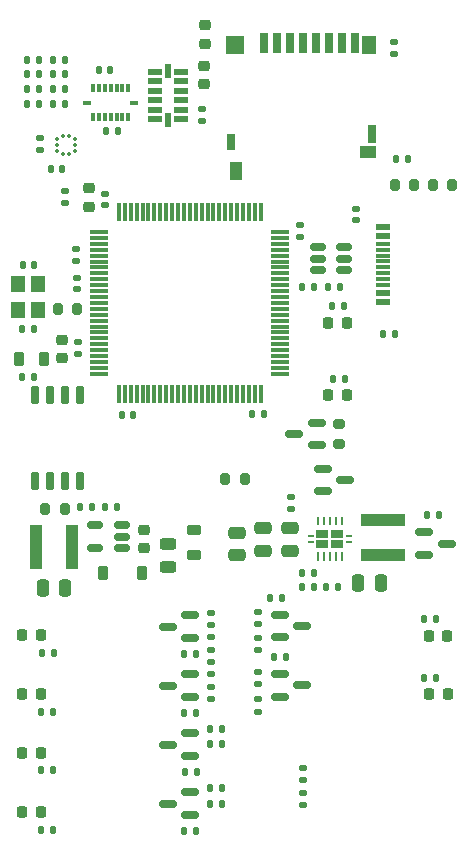
<source format=gbr>
%TF.GenerationSoftware,KiCad,Pcbnew,7.0.2-0*%
%TF.CreationDate,2023-10-14T20:17:31-05:00*%
%TF.ProjectId,Flight Computer,466c6967-6874-4204-936f-6d7075746572,1.1*%
%TF.SameCoordinates,Original*%
%TF.FileFunction,Paste,Top*%
%TF.FilePolarity,Positive*%
%FSLAX46Y46*%
G04 Gerber Fmt 4.6, Leading zero omitted, Abs format (unit mm)*
G04 Created by KiCad (PCBNEW 7.0.2-0) date 2023-10-14 20:17:31*
%MOMM*%
%LPD*%
G01*
G04 APERTURE LIST*
G04 Aperture macros list*
%AMRoundRect*
0 Rectangle with rounded corners*
0 $1 Rounding radius*
0 $2 $3 $4 $5 $6 $7 $8 $9 X,Y pos of 4 corners*
0 Add a 4 corners polygon primitive as box body*
4,1,4,$2,$3,$4,$5,$6,$7,$8,$9,$2,$3,0*
0 Add four circle primitives for the rounded corners*
1,1,$1+$1,$2,$3*
1,1,$1+$1,$4,$5*
1,1,$1+$1,$6,$7*
1,1,$1+$1,$8,$9*
0 Add four rect primitives between the rounded corners*
20,1,$1+$1,$2,$3,$4,$5,0*
20,1,$1+$1,$4,$5,$6,$7,0*
20,1,$1+$1,$6,$7,$8,$9,0*
20,1,$1+$1,$8,$9,$2,$3,0*%
G04 Aperture macros list end*
%ADD10RoundRect,0.150000X-0.587500X-0.150000X0.587500X-0.150000X0.587500X0.150000X-0.587500X0.150000X0*%
%ADD11RoundRect,0.135000X-0.185000X0.135000X-0.185000X-0.135000X0.185000X-0.135000X0.185000X0.135000X0*%
%ADD12RoundRect,0.218750X-0.218750X-0.256250X0.218750X-0.256250X0.218750X0.256250X-0.218750X0.256250X0*%
%ADD13RoundRect,0.150000X0.587500X0.150000X-0.587500X0.150000X-0.587500X-0.150000X0.587500X-0.150000X0*%
%ADD14RoundRect,0.200000X-0.275000X0.200000X-0.275000X-0.200000X0.275000X-0.200000X0.275000X0.200000X0*%
%ADD15RoundRect,0.218750X0.218750X0.256250X-0.218750X0.256250X-0.218750X-0.256250X0.218750X-0.256250X0*%
%ADD16RoundRect,0.135000X0.185000X-0.135000X0.185000X0.135000X-0.185000X0.135000X-0.185000X-0.135000X0*%
%ADD17RoundRect,0.135000X-0.135000X-0.185000X0.135000X-0.185000X0.135000X0.185000X-0.135000X0.185000X0*%
%ADD18RoundRect,0.200000X0.200000X0.275000X-0.200000X0.275000X-0.200000X-0.275000X0.200000X-0.275000X0*%
%ADD19RoundRect,0.140000X0.140000X0.170000X-0.140000X0.170000X-0.140000X-0.170000X0.140000X-0.170000X0*%
%ADD20RoundRect,0.225000X-0.250000X0.225000X-0.250000X-0.225000X0.250000X-0.225000X0.250000X0.225000X0*%
%ADD21RoundRect,0.140000X-0.140000X-0.170000X0.140000X-0.170000X0.140000X0.170000X-0.140000X0.170000X0*%
%ADD22RoundRect,0.218750X-0.381250X0.218750X-0.381250X-0.218750X0.381250X-0.218750X0.381250X0.218750X0*%
%ADD23RoundRect,0.140000X-0.170000X0.140000X-0.170000X-0.140000X0.170000X-0.140000X0.170000X0.140000X0*%
%ADD24RoundRect,0.218750X0.218750X0.381250X-0.218750X0.381250X-0.218750X-0.381250X0.218750X-0.381250X0*%
%ADD25RoundRect,0.140000X0.170000X-0.140000X0.170000X0.140000X-0.170000X0.140000X-0.170000X-0.140000X0*%
%ADD26RoundRect,0.135000X0.135000X0.185000X-0.135000X0.185000X-0.135000X-0.185000X0.135000X-0.185000X0*%
%ADD27RoundRect,0.075000X-0.725000X-0.075000X0.725000X-0.075000X0.725000X0.075000X-0.725000X0.075000X0*%
%ADD28RoundRect,0.075000X-0.075000X-0.725000X0.075000X-0.725000X0.075000X0.725000X-0.075000X0.725000X0*%
%ADD29RoundRect,0.225000X0.250000X-0.225000X0.250000X0.225000X-0.250000X0.225000X-0.250000X-0.225000X0*%
%ADD30RoundRect,0.200000X-0.200000X-0.275000X0.200000X-0.275000X0.200000X0.275000X-0.200000X0.275000X0*%
%ADD31R,1.240000X0.600000*%
%ADD32R,1.240000X0.300000*%
%ADD33RoundRect,0.150000X0.512500X0.150000X-0.512500X0.150000X-0.512500X-0.150000X0.512500X-0.150000X0*%
%ADD34R,0.700000X1.750000*%
%ADD35R,1.450000X1.000000*%
%ADD36R,1.000000X1.550000*%
%ADD37R,0.800000X1.500000*%
%ADD38R,1.300000X1.500000*%
%ADD39R,1.500000X1.500000*%
%ADD40R,0.800000X1.400000*%
%ADD41RoundRect,0.250000X-0.250000X-0.475000X0.250000X-0.475000X0.250000X0.475000X-0.250000X0.475000X0*%
%ADD42R,1.200000X1.400000*%
%ADD43RoundRect,0.250000X-0.475000X0.250000X-0.475000X-0.250000X0.475000X-0.250000X0.475000X0.250000X0*%
%ADD44R,1.100000X3.700000*%
%ADD45R,3.700000X1.100000*%
%ADD46RoundRect,0.012500X0.112500X-0.325000X0.112500X0.325000X-0.112500X0.325000X-0.112500X-0.325000X0*%
%ADD47RoundRect,0.012500X0.325000X-0.112500X0.325000X0.112500X-0.325000X0.112500X-0.325000X-0.112500X0*%
%ADD48RoundRect,0.243750X0.456250X-0.243750X0.456250X0.243750X-0.456250X0.243750X-0.456250X-0.243750X0*%
%ADD49R,0.230000X0.230000*%
%ADD50O,0.230000X0.800000*%
%ADD51R,1.050000X0.680000*%
%ADD52R,0.500000X0.260000*%
%ADD53RoundRect,0.012500X0.112500X0.125000X-0.112500X0.125000X-0.112500X-0.125000X0.112500X-0.125000X0*%
%ADD54RoundRect,0.012500X0.125000X0.112500X-0.125000X0.112500X-0.125000X-0.112500X0.125000X-0.112500X0*%
%ADD55RoundRect,0.027500X0.545000X0.247500X-0.545000X0.247500X-0.545000X-0.247500X0.545000X-0.247500X0*%
%ADD56RoundRect,0.027500X0.247500X0.545000X-0.247500X0.545000X-0.247500X-0.545000X0.247500X-0.545000X0*%
%ADD57RoundRect,0.150000X0.150000X-0.650000X0.150000X0.650000X-0.150000X0.650000X-0.150000X-0.650000X0*%
%ADD58RoundRect,0.225000X0.225000X0.375000X-0.225000X0.375000X-0.225000X-0.375000X0.225000X-0.375000X0*%
G04 APERTURE END LIST*
D10*
%TO.C,Q9*%
X168362500Y-109997500D03*
X168362500Y-111897500D03*
X170237500Y-110947500D03*
%TD*%
D11*
%TO.C,R3*%
X137950000Y-81090000D03*
X137950000Y-82110000D03*
%TD*%
D12*
%TO.C,D8*%
X134312500Y-123700000D03*
X135887500Y-123700000D03*
%TD*%
D13*
%TO.C,Q2*%
X148537500Y-133912500D03*
X148537500Y-132012500D03*
X146662500Y-132962500D03*
%TD*%
D14*
%TO.C,R18*%
X161150000Y-100837500D03*
X161150000Y-102487500D03*
%TD*%
D11*
%TO.C,R14*%
X154250000Y-124140000D03*
X154250000Y-125160000D03*
%TD*%
D13*
%TO.C,Q1*%
X159237500Y-102612500D03*
X159237500Y-100712500D03*
X157362500Y-101662500D03*
%TD*%
D15*
%TO.C,D2*%
X161787500Y-98362500D03*
X160212500Y-98362500D03*
%TD*%
D11*
%TO.C,R13*%
X154250000Y-121840000D03*
X154250000Y-122860000D03*
%TD*%
D16*
%TO.C,R9*%
X150270000Y-124080000D03*
X150270000Y-123060000D03*
%TD*%
D17*
%TO.C,R19*%
X164890000Y-93162500D03*
X165910000Y-93162500D03*
%TD*%
D18*
%TO.C,R2*%
X138975000Y-91087500D03*
X137325000Y-91087500D03*
%TD*%
D19*
%TO.C,C10*%
X135280000Y-92762500D03*
X134320000Y-92762500D03*
%TD*%
D17*
%TO.C,R22*%
X160020000Y-114600000D03*
X161040000Y-114600000D03*
%TD*%
D20*
%TO.C,C1*%
X149700000Y-70475000D03*
X149700000Y-72025000D03*
%TD*%
D16*
%TO.C,R23*%
X157100000Y-108022500D03*
X157100000Y-107002500D03*
%TD*%
D21*
%TO.C,C8*%
X140820000Y-70850000D03*
X141780000Y-70850000D03*
%TD*%
D19*
%TO.C,C15*%
X143730000Y-100050000D03*
X142770000Y-100050000D03*
%TD*%
D11*
%TO.C,R15*%
X150280000Y-116790000D03*
X150280000Y-117810000D03*
%TD*%
D16*
%TO.C,R35*%
X158060000Y-130957500D03*
X158060000Y-129937500D03*
%TD*%
D22*
%TO.C,FB2*%
X148844000Y-109757500D03*
X148844000Y-111882500D03*
%TD*%
D15*
%TO.C,D4*%
X170287500Y-118800000D03*
X168712500Y-118800000D03*
%TD*%
D18*
%TO.C,R21*%
X167500000Y-80550000D03*
X165850000Y-80550000D03*
%TD*%
D17*
%TO.C,R53*%
X136890000Y-71200000D03*
X137910000Y-71200000D03*
%TD*%
D23*
%TO.C,C25*%
X162580000Y-82580000D03*
X162580000Y-83540000D03*
%TD*%
D24*
%TO.C,FB1*%
X136162500Y-95312500D03*
X134037500Y-95312500D03*
%TD*%
D25*
%TO.C,C16*%
X139000000Y-94867500D03*
X139000000Y-93907500D03*
%TD*%
D19*
%TO.C,C18*%
X158980000Y-113450000D03*
X158020000Y-113450000D03*
%TD*%
D17*
%TO.C,R37*%
X168340000Y-117300000D03*
X169360000Y-117300000D03*
%TD*%
D19*
%TO.C,C3*%
X137680000Y-79250000D03*
X136720000Y-79250000D03*
%TD*%
D26*
%TO.C,R46*%
X158980000Y-89180000D03*
X157960000Y-89180000D03*
%TD*%
%TO.C,R17*%
X161520000Y-90830000D03*
X160500000Y-90830000D03*
%TD*%
D27*
%TO.C,U1*%
X140825000Y-84562500D03*
X140825000Y-85062500D03*
X140825000Y-85562500D03*
X140825000Y-86062500D03*
X140825000Y-86562500D03*
X140825000Y-87062500D03*
X140825000Y-87562500D03*
X140825000Y-88062500D03*
X140825000Y-88562500D03*
X140825000Y-89062500D03*
X140825000Y-89562500D03*
X140825000Y-90062500D03*
X140825000Y-90562500D03*
X140825000Y-91062500D03*
X140825000Y-91562500D03*
X140825000Y-92062500D03*
X140825000Y-92562500D03*
X140825000Y-93062500D03*
X140825000Y-93562500D03*
X140825000Y-94062500D03*
X140825000Y-94562500D03*
X140825000Y-95062500D03*
X140825000Y-95562500D03*
X140825000Y-96062500D03*
X140825000Y-96562500D03*
D28*
X142500000Y-98237500D03*
X143000000Y-98237500D03*
X143500000Y-98237500D03*
X144000000Y-98237500D03*
X144500000Y-98237500D03*
X145000000Y-98237500D03*
X145500000Y-98237500D03*
X146000000Y-98237500D03*
X146500000Y-98237500D03*
X147000000Y-98237500D03*
X147500000Y-98237500D03*
X148000000Y-98237500D03*
X148500000Y-98237500D03*
X149000000Y-98237500D03*
X149500000Y-98237500D03*
X150000000Y-98237500D03*
X150500000Y-98237500D03*
X151000000Y-98237500D03*
X151500000Y-98237500D03*
X152000000Y-98237500D03*
X152500000Y-98237500D03*
X153000000Y-98237500D03*
X153500000Y-98237500D03*
X154000000Y-98237500D03*
X154500000Y-98237500D03*
D27*
X156175000Y-96562500D03*
X156175000Y-96062500D03*
X156175000Y-95562500D03*
X156175000Y-95062500D03*
X156175000Y-94562500D03*
X156175000Y-94062500D03*
X156175000Y-93562500D03*
X156175000Y-93062500D03*
X156175000Y-92562500D03*
X156175000Y-92062500D03*
X156175000Y-91562500D03*
X156175000Y-91062500D03*
X156175000Y-90562500D03*
X156175000Y-90062500D03*
X156175000Y-89562500D03*
X156175000Y-89062500D03*
X156175000Y-88562500D03*
X156175000Y-88062500D03*
X156175000Y-87562500D03*
X156175000Y-87062500D03*
X156175000Y-86562500D03*
X156175000Y-86062500D03*
X156175000Y-85562500D03*
X156175000Y-85062500D03*
X156175000Y-84562500D03*
D28*
X154500000Y-82887500D03*
X154000000Y-82887500D03*
X153500000Y-82887500D03*
X153000000Y-82887500D03*
X152500000Y-82887500D03*
X152000000Y-82887500D03*
X151500000Y-82887500D03*
X151000000Y-82887500D03*
X150500000Y-82887500D03*
X150000000Y-82887500D03*
X149500000Y-82887500D03*
X149000000Y-82887500D03*
X148500000Y-82887500D03*
X148000000Y-82887500D03*
X147500000Y-82887500D03*
X147000000Y-82887500D03*
X146500000Y-82887500D03*
X146000000Y-82887500D03*
X145500000Y-82887500D03*
X145000000Y-82887500D03*
X144500000Y-82887500D03*
X144000000Y-82887500D03*
X143500000Y-82887500D03*
X143000000Y-82887500D03*
X142500000Y-82887500D03*
%TD*%
D15*
%TO.C,D5*%
X170337500Y-123700000D03*
X168762500Y-123700000D03*
%TD*%
D29*
%TO.C,C7*%
X140000000Y-82425000D03*
X140000000Y-80875000D03*
%TD*%
D26*
%TO.C,R39*%
X137010000Y-120200000D03*
X135990000Y-120200000D03*
%TD*%
D19*
%TO.C,C29*%
X135280000Y-96800000D03*
X134320000Y-96800000D03*
%TD*%
D26*
%TO.C,R27*%
X166960000Y-78412500D03*
X165940000Y-78412500D03*
%TD*%
D17*
%TO.C,R38*%
X168340000Y-122300000D03*
X169360000Y-122300000D03*
%TD*%
%TO.C,R33*%
X148040000Y-125262500D03*
X149060000Y-125262500D03*
%TD*%
%TO.C,R44*%
X139240000Y-107850000D03*
X140260000Y-107850000D03*
%TD*%
%TO.C,R1*%
X168590000Y-108500000D03*
X169610000Y-108500000D03*
%TD*%
D26*
%TO.C,R40*%
X136960000Y-130150000D03*
X135940000Y-130150000D03*
%TD*%
D30*
%TO.C,R42*%
X136275000Y-108000000D03*
X137925000Y-108000000D03*
%TD*%
D31*
%TO.C,J7*%
X164840000Y-90502500D03*
X164840000Y-89702500D03*
D32*
X164840000Y-88552500D03*
X164840000Y-87552500D03*
X164840000Y-87052500D03*
X164840000Y-86052500D03*
D31*
X164840000Y-84902500D03*
X164840000Y-84102500D03*
X164840000Y-84102500D03*
X164840000Y-84902500D03*
D32*
X164840000Y-85552500D03*
X164840000Y-86552500D03*
X164840000Y-88052500D03*
X164840000Y-89052500D03*
D31*
X164840000Y-89702500D03*
X164840000Y-90502500D03*
%TD*%
D26*
%TO.C,R30*%
X156310000Y-115550000D03*
X155290000Y-115550000D03*
%TD*%
D11*
%TO.C,R12*%
X154260000Y-118950000D03*
X154260000Y-119970000D03*
%TD*%
D23*
%TO.C,C12*%
X157850000Y-84007500D03*
X157850000Y-84967500D03*
%TD*%
D17*
%TO.C,R48*%
X134690000Y-69970000D03*
X135710000Y-69970000D03*
%TD*%
D26*
%TO.C,R8*%
X151260000Y-126650000D03*
X150240000Y-126650000D03*
%TD*%
D10*
%TO.C,Q7*%
X156122500Y-121987500D03*
X156122500Y-123887500D03*
X157997500Y-122937500D03*
%TD*%
D25*
%TO.C,C9*%
X138900000Y-86992500D03*
X138900000Y-86032500D03*
%TD*%
D12*
%TO.C,D3*%
X134312500Y-133700000D03*
X135887500Y-133700000D03*
%TD*%
D25*
%TO.C,C4*%
X135850000Y-77580000D03*
X135850000Y-76620000D03*
%TD*%
D17*
%TO.C,R49*%
X136890000Y-69970000D03*
X137910000Y-69970000D03*
%TD*%
D29*
%TO.C,C24*%
X137650000Y-95262500D03*
X137650000Y-93712500D03*
%TD*%
D11*
%TO.C,R16*%
X150280000Y-118890000D03*
X150280000Y-119910000D03*
%TD*%
D33*
%TO.C,U2*%
X161587500Y-87762500D03*
X161587500Y-86812500D03*
X161587500Y-85862500D03*
X159312500Y-85862500D03*
X159312500Y-86812500D03*
X159312500Y-87762500D03*
%TD*%
D34*
%TO.C,J10*%
X154795000Y-68562500D03*
X155895000Y-68562500D03*
X156995000Y-68562500D03*
X158095000Y-68562500D03*
X159195000Y-68562500D03*
X160295000Y-68562500D03*
X161395000Y-68562500D03*
X162495000Y-68562500D03*
D35*
X163620000Y-77787500D03*
D36*
X152395000Y-79362500D03*
D37*
X163945000Y-76287500D03*
D38*
X163695000Y-68687500D03*
D39*
X152345000Y-68687500D03*
D40*
X151995000Y-76937500D03*
%TD*%
D18*
%TO.C,R28*%
X153150000Y-105512500D03*
X151500000Y-105512500D03*
%TD*%
D30*
%TO.C,R20*%
X169075000Y-80550000D03*
X170725000Y-80550000D03*
%TD*%
D41*
%TO.C,C20*%
X136050000Y-114712500D03*
X137950000Y-114712500D03*
%TD*%
D17*
%TO.C,R4*%
X150190000Y-132950000D03*
X151210000Y-132950000D03*
%TD*%
D42*
%TO.C,Y1*%
X133975000Y-88962500D03*
X133975000Y-91162500D03*
X135675000Y-91162500D03*
X135675000Y-88962500D03*
%TD*%
D26*
%TO.C,R31*%
X156610000Y-120550000D03*
X155590000Y-120550000D03*
%TD*%
%TO.C,R36*%
X136960000Y-135200000D03*
X135940000Y-135200000D03*
%TD*%
D17*
%TO.C,R52*%
X134690000Y-71200000D03*
X135710000Y-71200000D03*
%TD*%
D26*
%TO.C,R41*%
X136960000Y-125200000D03*
X135940000Y-125200000D03*
%TD*%
D10*
%TO.C,Q6*%
X156122500Y-116987500D03*
X156122500Y-118887500D03*
X157997500Y-117937500D03*
%TD*%
D43*
%TO.C,C21*%
X156950000Y-109650000D03*
X156950000Y-111550000D03*
%TD*%
%TO.C,C23*%
X152500000Y-110048000D03*
X152500000Y-111948000D03*
%TD*%
D44*
%TO.C,L2*%
X138500000Y-111212500D03*
X135500000Y-111212500D03*
%TD*%
D41*
%TO.C,C17*%
X162750000Y-114300000D03*
X164650000Y-114300000D03*
%TD*%
D26*
%TO.C,R45*%
X161190000Y-89180000D03*
X160170000Y-89180000D03*
%TD*%
D45*
%TO.C,L1*%
X164900000Y-111912500D03*
X164900000Y-108912500D03*
%TD*%
D17*
%TO.C,R32*%
X148030000Y-120262500D03*
X149050000Y-120262500D03*
%TD*%
%TO.C,R7*%
X150240000Y-127950000D03*
X151260000Y-127950000D03*
%TD*%
D10*
%TO.C,Q4*%
X159775000Y-104612500D03*
X159775000Y-106512500D03*
X161650000Y-105562500D03*
%TD*%
D17*
%TO.C,R50*%
X134690000Y-72450000D03*
X135710000Y-72450000D03*
%TD*%
%TO.C,R55*%
X136890000Y-73700000D03*
X137910000Y-73700000D03*
%TD*%
D46*
%TO.C,U4*%
X140300000Y-72337500D03*
X140800000Y-72337500D03*
X141300000Y-72337500D03*
X141800000Y-72337500D03*
X142300000Y-72337500D03*
X142800000Y-72337500D03*
X143300000Y-72337500D03*
D47*
X143812500Y-73600000D03*
D46*
X143300000Y-74862500D03*
X142800000Y-74862500D03*
X142300000Y-74862500D03*
X141800000Y-74862500D03*
X141300000Y-74862500D03*
X140800000Y-74862500D03*
X140300000Y-74862500D03*
D47*
X139787500Y-73600000D03*
%TD*%
D16*
%TO.C,R10*%
X150270000Y-121990000D03*
X150270000Y-120970000D03*
%TD*%
D13*
%TO.C,Q5*%
X148537500Y-123912500D03*
X148537500Y-122012500D03*
X146662500Y-122962500D03*
%TD*%
D12*
%TO.C,D6*%
X134312500Y-118700000D03*
X135887500Y-118700000D03*
%TD*%
D17*
%TO.C,R5*%
X157990000Y-114600000D03*
X159010000Y-114600000D03*
%TD*%
D29*
%TO.C,C19*%
X144650000Y-111325000D03*
X144650000Y-109775000D03*
%TD*%
D48*
%TO.C,F1*%
X146660000Y-112887500D03*
X146660000Y-111012500D03*
%TD*%
D26*
%TO.C,R6*%
X151210000Y-131650000D03*
X150190000Y-131650000D03*
%TD*%
D17*
%TO.C,R29*%
X148080000Y-130262500D03*
X149100000Y-130262500D03*
%TD*%
D49*
%TO.C,U8*%
X161350000Y-108777500D03*
D50*
X161350000Y-109062500D03*
D49*
X160850000Y-108777500D03*
D50*
X160850000Y-109062500D03*
D49*
X160350000Y-108777500D03*
D50*
X160350000Y-109062500D03*
D49*
X159850000Y-108777500D03*
D50*
X159850000Y-109062500D03*
D49*
X159350000Y-108777500D03*
D50*
X159350000Y-109062500D03*
X159350000Y-112012500D03*
D49*
X159350000Y-112297500D03*
D50*
X159850000Y-112012500D03*
D49*
X159850000Y-112297500D03*
D50*
X160350000Y-112012500D03*
D49*
X160350000Y-112297500D03*
D50*
X160850000Y-112012500D03*
D49*
X160850000Y-112297500D03*
D50*
X161350000Y-112012500D03*
D49*
X161350000Y-112297500D03*
D51*
X160985000Y-110087500D03*
X159715000Y-110087500D03*
D52*
X161980000Y-110287500D03*
X158720000Y-110287500D03*
X161980000Y-110787500D03*
X158720000Y-110787500D03*
D51*
X160985000Y-110987500D03*
X159715000Y-110987500D03*
%TD*%
D11*
%TO.C,R11*%
X154260000Y-116740000D03*
X154260000Y-117760000D03*
%TD*%
D53*
%TO.C,U5*%
X137757500Y-77925000D03*
X138257500Y-77925000D03*
D54*
X138770000Y-77662500D03*
X138770000Y-77162500D03*
X138770000Y-76662500D03*
D53*
X138257500Y-76400000D03*
X137757500Y-76400000D03*
D54*
X137245000Y-76662500D03*
X137245000Y-77162500D03*
X137245000Y-77662500D03*
%TD*%
D20*
%TO.C,C28*%
X149750000Y-67075000D03*
X149750000Y-68625000D03*
%TD*%
D17*
%TO.C,R51*%
X136890000Y-72450000D03*
X137910000Y-72450000D03*
%TD*%
D13*
%TO.C,Q3*%
X148537500Y-128912500D03*
X148537500Y-127012500D03*
X146662500Y-127962500D03*
%TD*%
D15*
%TO.C,D1*%
X161787500Y-92250000D03*
X160212500Y-92250000D03*
%TD*%
D19*
%TO.C,C13*%
X154755000Y-100000000D03*
X153795000Y-100000000D03*
%TD*%
D55*
%TO.C,U3*%
X147750000Y-75012500D03*
X147750000Y-74212500D03*
X147750000Y-73412500D03*
X147750000Y-72612500D03*
X147750000Y-71812500D03*
X147750000Y-71012500D03*
D56*
X146652500Y-70915000D03*
D55*
X145555000Y-71012500D03*
X145555000Y-71812500D03*
X145555000Y-72612500D03*
X145555000Y-73412500D03*
X145555000Y-74212500D03*
X145555000Y-75012500D03*
D56*
X146652500Y-75110000D03*
%TD*%
D12*
%TO.C,D7*%
X134312500Y-128650000D03*
X135887500Y-128650000D03*
%TD*%
D57*
%TO.C,U7*%
X135395000Y-105600000D03*
X136665000Y-105600000D03*
X137935000Y-105600000D03*
X139205000Y-105600000D03*
X139205000Y-98400000D03*
X137935000Y-98400000D03*
X136665000Y-98400000D03*
X135395000Y-98400000D03*
%TD*%
D25*
%TO.C,C2*%
X149500000Y-75142500D03*
X149500000Y-74182500D03*
%TD*%
D11*
%TO.C,R26*%
X165750000Y-68490000D03*
X165750000Y-69510000D03*
%TD*%
D43*
%TO.C,C22*%
X154700000Y-109650000D03*
X154700000Y-111550000D03*
%TD*%
D26*
%TO.C,R24*%
X161640000Y-97007500D03*
X160620000Y-97007500D03*
%TD*%
D21*
%TO.C,C6*%
X134370000Y-87362500D03*
X135330000Y-87362500D03*
%TD*%
D17*
%TO.C,R54*%
X134690000Y-73700000D03*
X135710000Y-73700000D03*
%TD*%
D19*
%TO.C,C5*%
X142380000Y-76000000D03*
X141420000Y-76000000D03*
%TD*%
D17*
%TO.C,R34*%
X148040000Y-135262500D03*
X149060000Y-135262500D03*
%TD*%
%TO.C,R43*%
X141340000Y-107850000D03*
X142360000Y-107850000D03*
%TD*%
D25*
%TO.C,C11*%
X141350000Y-82280000D03*
X141350000Y-81320000D03*
%TD*%
D16*
%TO.C,R25*%
X158060000Y-133110000D03*
X158060000Y-132090000D03*
%TD*%
D33*
%TO.C,U9*%
X142787500Y-111300000D03*
X142787500Y-110350000D03*
X142787500Y-109400000D03*
X140512500Y-109400000D03*
X140512500Y-111300000D03*
%TD*%
D25*
%TO.C,C14*%
X138950000Y-89417500D03*
X138950000Y-88457500D03*
%TD*%
D58*
%TO.C,D15*%
X144450000Y-113450000D03*
X141150000Y-113450000D03*
%TD*%
D13*
%TO.C,Q8*%
X148537500Y-118912500D03*
X148537500Y-117012500D03*
X146662500Y-117962500D03*
%TD*%
M02*

</source>
